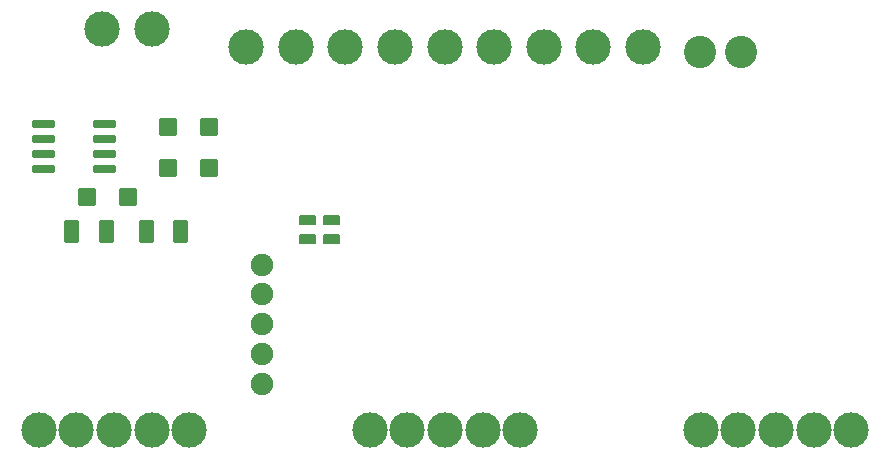
<source format=gts>
G04 Generated by CADint PCB *
%FSLAX44Y44*%
%MOMM*%
%IPPOS*%
%ADD14C,0.112500*%
%ADD15C,0.150000*%
%ADD11C,0.152400*%
%ADD12C,0.200000*%
%ADD22C,0.203200*%
%ADD16C,0.225000*%
%ADD10C,0.250000*%
%ADD13C,0.254000*%
%ADD17C,0.262500*%
%ADD18C,1.905000*%
%ADD19C,2.727200*%
%ADD20C,2.997200*%
%ADD21R,1.023000X1.673000*%
%ADD24R,1.270000X1.270000*%
%ADD23R,1.273800X0.723800*%
%ADD25R,1.651000X0.381000*%
%LNSolderMask_Top*%
%LPD*%
D23*
X259000Y182000D03*
D22*
X252631Y178381D02*
X265369D01*
Y185619D01*
X252631D01*
Y178381D01*
D23*
X259000Y198000D03*
D22*
X252631Y194381D02*
X265369D01*
Y201619D01*
X252631D01*
Y194381D01*
D23*
X279000Y182000D03*
D22*
X272631Y178381D02*
X285369D01*
Y185619D01*
X272631D01*
Y178381D01*
D23*
X279000Y198000D03*
D22*
X272631Y194381D02*
X285369D01*
Y201619D01*
X272631D01*
Y194381D01*
D21*
X88000Y189000D03*
D13*
X82885Y180635D02*
X93115D01*
Y197365D01*
X82885D01*
Y180635D01*
D21*
X59000Y189000D03*
D13*
X53885Y180635D02*
X64115D01*
Y197365D01*
X53885D01*
Y180635D01*
D21*
X151000Y189000D03*
D13*
X145885Y180635D02*
X156115D01*
Y197365D01*
X145885D01*
Y180635D01*
D21*
X122000Y189000D03*
D13*
X116885Y180635D02*
X127115D01*
Y197365D01*
X116885D01*
Y180635D01*
D24*
X72000Y218000D03*
D13*
X65650Y211650D02*
X78350D01*
Y224350D01*
X65650D01*
Y211650D01*
D24*
X106290Y218000D03*
D13*
X99940Y211650D02*
X112640D01*
Y224350D01*
X99940D01*
Y211650D01*
D20*
X623800Y20000D03*
X655600D03*
X687400D03*
X719200D03*
X592000D03*
X343550D03*
X375350D03*
X407150D03*
X438950D03*
X311750D03*
X63300D03*
X95100D03*
X126900D03*
X158700D03*
X31500D03*
D18*
X220000Y160200D03*
Y135200D03*
Y109800D03*
Y84400D03*
Y59000D03*
D19*
X626000Y340000D03*
X591000D03*
D20*
X85000Y360000D03*
X543000Y345000D03*
X501000D03*
X459000D03*
X417000D03*
X375000D03*
X333000D03*
X291000D03*
X249000D03*
X207000D03*
X127000Y360000D03*
D24*
X140000Y242710D03*
D13*
X133650Y236360D02*
X146350D01*
Y249060D01*
X133650D01*
Y236360D01*
D24*
X140000Y277000D03*
D13*
X133650Y270650D02*
X146350D01*
Y283350D01*
X133650D01*
Y270650D01*
D24*
X175000Y242710D03*
D13*
X168650Y236360D02*
X181350D01*
Y249060D01*
X168650D01*
Y236360D01*
D24*
X175000Y277000D03*
D13*
X168650Y270650D02*
X181350D01*
Y283350D01*
X168650D01*
Y270650D01*
D25*
X35000Y280000D03*
D13*
X26745Y278095D02*
X43255D01*
Y281905D01*
X26745D01*
Y278095D01*
D25*
X35000Y267300D03*
D13*
X26745Y265395D02*
X43255D01*
Y269205D01*
X26745D01*
Y265395D01*
D25*
X35000Y254600D03*
D13*
X26745Y252695D02*
X43255D01*
Y256505D01*
X26745D01*
Y252695D01*
D25*
X35000Y241900D03*
D13*
X26745Y239995D02*
X43255D01*
Y243805D01*
X26745D01*
Y239995D01*
D25*
X86816Y241900D03*
D13*
X78561Y239995D02*
X95071D01*
Y243805D01*
X78561D01*
Y239995D01*
D25*
X86816Y254600D03*
D13*
X78561Y252695D02*
X95071D01*
Y256505D01*
X78561D01*
Y252695D01*
D25*
X86816Y267300D03*
D13*
X78561Y265395D02*
X95071D01*
Y269205D01*
X78561D01*
Y265395D01*
D25*
X86816Y280000D03*
D13*
X78561Y278095D02*
X95071D01*
Y281905D01*
X78561D01*
Y278095D01*
M02*

</source>
